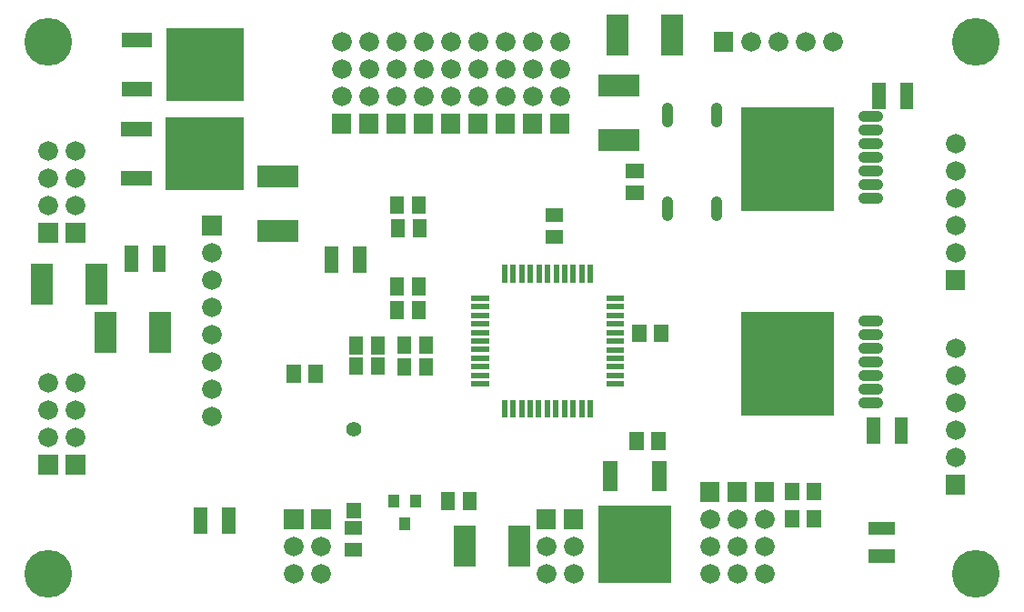
<source format=gts>
G04 start of page 5 for group -4063 idx -4063 *
G04 Title: (unknown), componentmask *
G04 Creator: pcb 20110918 *
G04 CreationDate: Sun 30 Sep 2012 06:14:18 PM GMT UTC *
G04 For: ggallant *
G04 Format: Gerber/RS-274X *
G04 PCB-Dimensions: 372500 225000 *
G04 PCB-Coordinate-Origin: lower left *
%MOIN*%
%FSLAX25Y25*%
%LNTOPMASK*%
%ADD71R,0.0400X0.0400*%
%ADD70R,0.0800X0.0800*%
%ADD69R,0.3400X0.3400*%
%ADD68C,0.0400*%
%ADD67R,0.0490X0.0490*%
%ADD66R,0.0200X0.0200*%
%ADD65R,0.2680X0.2680*%
%ADD64R,0.0520X0.0520*%
%ADD63R,0.0510X0.0510*%
%ADD62C,0.1750*%
%ADD61C,0.0560*%
%ADD60C,0.0300*%
%ADD59C,0.0360*%
%ADD58C,0.0720*%
%ADD57C,0.0001*%
G54D57*G36*
X343900Y51100D02*Y43900D01*
X351100D01*
Y51100D01*
X343900D01*
G37*
G54D58*X347500Y57500D03*
Y67500D03*
Y77500D03*
Y87500D03*
Y97500D03*
G54D57*G36*
X263900Y48600D02*Y41400D01*
X271100D01*
Y48600D01*
X263900D01*
G37*
G36*
X273900D02*Y41400D01*
X281100D01*
Y48600D01*
X273900D01*
G37*
G54D58*X277500Y35000D03*
X267500D03*
Y25000D03*
Y15000D03*
X277500Y25000D03*
Y15000D03*
G54D57*G36*
X253900Y48600D02*Y41400D01*
X261100D01*
Y48600D01*
X253900D01*
G37*
G54D58*X257500Y35000D03*
Y25000D03*
Y15000D03*
G54D57*G36*
X343900Y126100D02*Y118900D01*
X351100D01*
Y126100D01*
X343900D01*
G37*
G54D58*X347500Y132500D03*
Y142500D03*
Y152500D03*
Y162500D03*
Y172500D03*
G54D57*G36*
X258900Y213600D02*Y206400D01*
X266100D01*
Y213600D01*
X258900D01*
G37*
G54D58*X272500Y210000D03*
X282500D03*
X292500D03*
X302500D03*
G54D59*X63500Y192500D03*
X72500D03*
X81500D03*
X63500Y201500D03*
X72500D03*
X81500D03*
X63500Y210500D03*
X72500D03*
X81500D03*
G54D60*X63300Y178000D03*
X72300D03*
X81300D03*
G54D58*X75000Y82500D03*
Y72500D03*
G54D57*G36*
X21400Y58600D02*Y51400D01*
X28600D01*
Y58600D01*
X21400D01*
G37*
G36*
X11400D02*Y51400D01*
X18600D01*
Y58600D01*
X11400D01*
G37*
G54D58*X25000Y65000D03*
X15000D03*
Y75000D03*
Y85000D03*
X75000Y122500D03*
Y112500D03*
Y102500D03*
Y92500D03*
X25000Y75000D03*
Y85000D03*
G54D57*G36*
X71400Y146100D02*Y138900D01*
X78600D01*
Y146100D01*
X71400D01*
G37*
G54D58*X75000Y132500D03*
G54D60*X63300Y160000D03*
X72300D03*
X81300D03*
Y169000D03*
X63300D03*
X72300D03*
G54D57*G36*
X21400Y143600D02*Y136400D01*
X28600D01*
Y143600D01*
X21400D01*
G37*
G54D58*X25000Y150000D03*
G54D57*G36*
X11400Y143600D02*Y136400D01*
X18600D01*
Y143600D01*
X11400D01*
G37*
G54D58*X15000Y150000D03*
X25000Y160000D03*
Y170000D03*
X15000Y160000D03*
Y170000D03*
G54D57*G36*
X111400Y38600D02*Y31400D01*
X118600D01*
Y38600D01*
X111400D01*
G37*
G36*
X124200Y40800D02*Y35200D01*
X129800D01*
Y40800D01*
X124200D01*
G37*
G54D61*X127000Y68000D03*
G54D58*X115000Y25000D03*
G54D57*G36*
X101400Y38600D02*Y31400D01*
X108600D01*
Y38600D01*
X101400D01*
G37*
G54D58*X105000Y25000D03*
X115000Y15000D03*
X105000D03*
G54D57*G36*
X203900Y38600D02*Y31400D01*
X211100D01*
Y38600D01*
X203900D01*
G37*
G54D59*X221000Y34800D03*
X230000D03*
X239000D03*
G54D57*G36*
X193900Y38600D02*Y31400D01*
X201100D01*
Y38600D01*
X193900D01*
G37*
G54D58*X207500Y25000D03*
G54D59*X221000Y25800D03*
X230000D03*
X239000D03*
G54D58*X197500Y25000D03*
X207500Y15000D03*
G54D59*X221000Y16800D03*
X230000D03*
X239000D03*
G54D58*X197500Y15000D03*
G54D57*G36*
X118900Y183600D02*Y176400D01*
X126100D01*
Y183600D01*
X118900D01*
G37*
G36*
X128900D02*Y176400D01*
X136100D01*
Y183600D01*
X128900D01*
G37*
G54D58*X132500Y190000D03*
X122500D03*
Y200000D03*
Y210000D03*
X132500Y200000D03*
Y210000D03*
X152500Y200000D03*
Y210000D03*
X142500Y200000D03*
Y210000D03*
X162500Y200000D03*
Y210000D03*
G54D57*G36*
X148900Y183600D02*Y176400D01*
X156100D01*
Y183600D01*
X148900D01*
G37*
G54D58*X152500Y190000D03*
G54D57*G36*
X138900Y183600D02*Y176400D01*
X146100D01*
Y183600D01*
X138900D01*
G37*
G54D58*X142500Y190000D03*
G54D57*G36*
X158900Y183600D02*Y176400D01*
X166100D01*
Y183600D01*
X158900D01*
G37*
G36*
X178900D02*Y176400D01*
X186100D01*
Y183600D01*
X178900D01*
G37*
G36*
X188900D02*Y176400D01*
X196100D01*
Y183600D01*
X188900D01*
G37*
G54D58*X162500Y190000D03*
X172500D03*
G54D57*G36*
X168900Y183600D02*Y176400D01*
X176100D01*
Y183600D01*
X168900D01*
G37*
G54D58*X172500Y200000D03*
Y210000D03*
X182500Y190000D03*
Y200000D03*
Y210000D03*
X192500Y190000D03*
Y200000D03*
Y210000D03*
G54D57*G36*
X198900Y183600D02*Y176400D01*
X206100D01*
Y183600D01*
X198900D01*
G37*
G54D58*X202500Y190000D03*
Y200000D03*
Y210000D03*
G54D62*X15000D03*
X355000D03*
Y15000D03*
X15000D03*
G54D63*X230600Y64200D02*Y62800D01*
X238600Y64200D02*Y62800D01*
G54D64*X239000Y53800D02*Y47800D01*
X221000Y53800D02*Y47800D01*
G54D65*X230000Y26600D02*Y25000D01*
G54D63*X295600Y45700D02*Y44300D01*
X231600Y103700D02*Y102300D01*
X239600Y103700D02*Y102300D01*
G54D66*X220500Y84500D02*X224900D01*
X220500Y87600D02*X224900D01*
X220500Y90800D02*X224900D01*
X220500Y93900D02*X224900D01*
X220500Y97000D02*X224900D01*
X220500Y100200D02*X224900D01*
X220500Y103300D02*X224900D01*
X220500Y106500D02*X224900D01*
X220500Y109600D02*X224900D01*
X191700Y77700D02*Y73300D01*
X194800Y77700D02*Y73300D01*
X198000Y77700D02*Y73300D01*
X201100Y77700D02*Y73300D01*
X204300Y77700D02*Y73300D01*
X207400Y77700D02*Y73300D01*
X210600Y77700D02*Y73300D01*
X213700Y77700D02*Y73300D01*
G54D63*X145500Y99400D02*Y98000D01*
X153500Y99400D02*Y98000D01*
X145500Y91500D02*Y90100D01*
X153500Y91500D02*Y90100D01*
X135900Y99200D02*Y97800D01*
X127900Y99200D02*Y97800D01*
X135900Y91700D02*Y90300D01*
X127900Y91700D02*Y90300D01*
X105000Y89000D02*Y87600D01*
X113000Y89000D02*Y87600D01*
G54D67*X317400Y69900D02*Y65100D01*
X327600Y69900D02*Y65100D01*
X318100Y21400D02*X322900D01*
X318100Y31600D02*X322900D01*
G54D68*X314000Y77500D02*X319000D01*
X314000Y82500D02*X319000D01*
X314000Y87500D02*X319000D01*
X314000Y92500D02*X319000D01*
X314000Y97500D02*X319000D01*
X314000Y102500D02*X319000D01*
X314000Y107500D02*X319000D01*
G54D69*X286000Y94000D02*Y90000D01*
G54D63*X287600Y45700D02*Y44300D01*
Y35700D02*Y34300D01*
X295600Y35700D02*Y34300D01*
G54D70*X187500Y28500D02*Y21500D01*
X167500Y28500D02*Y21500D01*
G54D67*X70900Y36900D02*Y32100D01*
X81100Y36900D02*Y32100D01*
G54D63*X126100Y23700D02*X127500D01*
X126100Y31700D02*X127500D01*
X169400Y42200D02*Y40800D01*
X161400Y42200D02*Y40800D01*
G54D71*X149500Y41800D02*Y41200D01*
X141700Y41800D02*Y41200D01*
X145600Y33600D02*Y33000D01*
G54D70*X223500Y216000D02*Y209000D01*
X220500Y194000D02*X227500D01*
X220500Y174000D02*X227500D01*
G54D63*X229300Y154600D02*X230700D01*
X229300Y162600D02*X230700D01*
G54D66*X220500Y112800D02*X224900D01*
X220500Y115900D02*X224900D01*
X213700Y127100D02*Y122700D01*
X210600Y127100D02*Y122700D01*
X207400Y127100D02*Y122700D01*
X204300Y127100D02*Y122700D01*
X201200Y127100D02*Y122700D01*
G54D68*X259900Y185500D02*Y180500D01*
X241900Y185500D02*Y180500D01*
Y151100D02*Y146100D01*
X259900Y151100D02*Y146100D01*
G54D70*X243500Y216000D02*Y209000D01*
G54D67*X319400Y192400D02*Y187600D01*
X329600Y192400D02*Y187600D01*
G54D68*X314000Y152500D02*X319000D01*
X314000Y157500D02*X319000D01*
X314000Y162500D02*X319000D01*
X314000Y167500D02*X319000D01*
X314000Y172500D02*X319000D01*
X314000Y177500D02*X319000D01*
X314000Y182500D02*X319000D01*
G54D69*X286000Y169000D02*Y165000D01*
G54D63*X143100Y142200D02*Y140800D01*
X151100Y142200D02*Y140800D01*
X199800Y138400D02*X201200D01*
X150900Y150700D02*Y149300D01*
X142900Y150700D02*Y149300D01*
X199800Y146400D02*X201200D01*
G54D66*X198000Y127100D02*Y122700D01*
X194900Y127100D02*Y122700D01*
X191700Y127100D02*Y122700D01*
X188600Y127100D02*Y122700D01*
X185400Y127100D02*Y122700D01*
X182300Y127100D02*Y122700D01*
X171100Y115900D02*X175500D01*
G54D63*X142900Y120900D02*Y119500D01*
G54D67*X118900Y132400D02*Y127600D01*
X129100Y132400D02*Y127600D01*
G54D63*X150900Y120900D02*Y119500D01*
Y112200D02*Y110800D01*
X142900Y112200D02*Y110800D01*
G54D66*X171100Y112800D02*X175500D01*
X171100Y109600D02*X175500D01*
X171100Y106500D02*X175500D01*
X171100Y103400D02*X175500D01*
X171100Y100200D02*X175500D01*
X171100Y97100D02*X175500D01*
X171100Y93900D02*X175500D01*
X171100Y90800D02*X175500D01*
X171100Y87600D02*X175500D01*
X171100Y84500D02*X175500D01*
X182300Y77700D02*Y73300D01*
X185400Y77700D02*Y73300D01*
X188600Y77700D02*Y73300D01*
G54D64*X44500Y210500D02*X50500D01*
X44500Y192500D02*X50500D01*
G54D65*X71700Y201500D02*X73300D01*
G54D64*X44300Y178000D02*X50300D01*
X44300Y160000D02*X50300D01*
G54D70*X95500Y160500D02*X102500D01*
X95500Y140500D02*X102500D01*
G54D65*X71500Y169000D02*X73100D01*
G54D70*X56000Y107000D02*Y100000D01*
X36000Y107000D02*Y100000D01*
G54D67*X55600Y132900D02*Y128100D01*
X45400Y132900D02*Y128100D01*
G54D70*X12500Y124500D02*Y117500D01*
X32500Y124500D02*Y117500D01*
M02*

</source>
